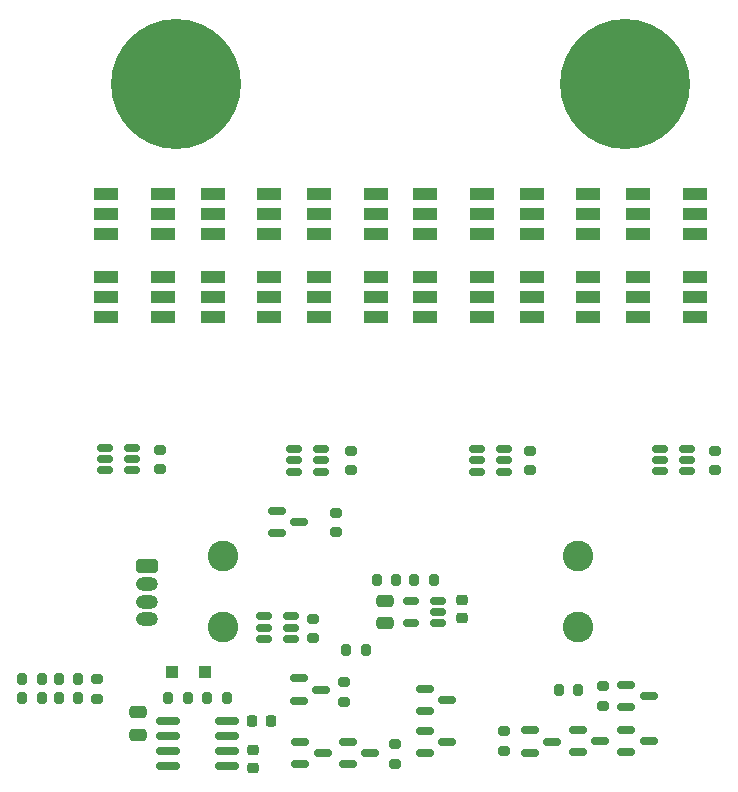
<source format=gbr>
%TF.GenerationSoftware,KiCad,Pcbnew,7.0.11-rc3*%
%TF.CreationDate,2025-03-16T23:28:45+08:00*%
%TF.ProjectId,mainhoop-light,6d61696e-686f-46f7-902d-6c696768742e,rev?*%
%TF.SameCoordinates,Original*%
%TF.FileFunction,Soldermask,Top*%
%TF.FilePolarity,Negative*%
%FSLAX46Y46*%
G04 Gerber Fmt 4.6, Leading zero omitted, Abs format (unit mm)*
G04 Created by KiCad (PCBNEW 7.0.11-rc3) date 2025-03-16 23:28:45*
%MOMM*%
%LPD*%
G01*
G04 APERTURE LIST*
G04 Aperture macros list*
%AMRoundRect*
0 Rectangle with rounded corners*
0 $1 Rounding radius*
0 $2 $3 $4 $5 $6 $7 $8 $9 X,Y pos of 4 corners*
0 Add a 4 corners polygon primitive as box body*
4,1,4,$2,$3,$4,$5,$6,$7,$8,$9,$2,$3,0*
0 Add four circle primitives for the rounded corners*
1,1,$1+$1,$2,$3*
1,1,$1+$1,$4,$5*
1,1,$1+$1,$6,$7*
1,1,$1+$1,$8,$9*
0 Add four rect primitives between the rounded corners*
20,1,$1+$1,$2,$3,$4,$5,0*
20,1,$1+$1,$4,$5,$6,$7,0*
20,1,$1+$1,$6,$7,$8,$9,0*
20,1,$1+$1,$8,$9,$2,$3,0*%
G04 Aperture macros list end*
%ADD10RoundRect,0.150000X-0.512500X-0.150000X0.512500X-0.150000X0.512500X0.150000X-0.512500X0.150000X0*%
%ADD11RoundRect,0.200000X0.200000X0.275000X-0.200000X0.275000X-0.200000X-0.275000X0.200000X-0.275000X0*%
%ADD12R,2.000000X1.100000*%
%ADD13C,2.600000*%
%ADD14RoundRect,0.200000X0.275000X-0.200000X0.275000X0.200000X-0.275000X0.200000X-0.275000X-0.200000X0*%
%ADD15RoundRect,0.200000X-0.200000X-0.275000X0.200000X-0.275000X0.200000X0.275000X-0.200000X0.275000X0*%
%ADD16RoundRect,0.150000X-0.587500X-0.150000X0.587500X-0.150000X0.587500X0.150000X-0.587500X0.150000X0*%
%ADD17RoundRect,0.150000X0.512500X0.150000X-0.512500X0.150000X-0.512500X-0.150000X0.512500X-0.150000X0*%
%ADD18RoundRect,0.200000X-0.275000X0.200000X-0.275000X-0.200000X0.275000X-0.200000X0.275000X0.200000X0*%
%ADD19RoundRect,0.250000X-0.300000X-0.300000X0.300000X-0.300000X0.300000X0.300000X-0.300000X0.300000X0*%
%ADD20RoundRect,0.250000X0.475000X-0.250000X0.475000X0.250000X-0.475000X0.250000X-0.475000X-0.250000X0*%
%ADD21RoundRect,0.150000X-0.825000X-0.150000X0.825000X-0.150000X0.825000X0.150000X-0.825000X0.150000X0*%
%ADD22RoundRect,0.225000X0.250000X-0.225000X0.250000X0.225000X-0.250000X0.225000X-0.250000X-0.225000X0*%
%ADD23RoundRect,0.225000X-0.250000X0.225000X-0.250000X-0.225000X0.250000X-0.225000X0.250000X0.225000X0*%
%ADD24RoundRect,0.250000X-0.685000X0.335000X-0.685000X-0.335000X0.685000X-0.335000X0.685000X0.335000X0*%
%ADD25O,1.870000X1.170000*%
%ADD26C,6.800000*%
%ADD27C,11.000000*%
%ADD28RoundRect,0.225000X-0.225000X-0.250000X0.225000X-0.250000X0.225000X0.250000X-0.225000X0.250000X0*%
G04 APERTURE END LIST*
D10*
%TO.C,IC4*%
X105450000Y-60100000D03*
X105450000Y-61050000D03*
X105450000Y-62000000D03*
X107725000Y-62000000D03*
X107725000Y-61050000D03*
X107725000Y-60100000D03*
%TD*%
D11*
%TO.C,R20*%
X81000000Y-81200000D03*
X79350000Y-81200000D03*
%TD*%
D12*
%TO.C,D23*%
X119100000Y-45500000D03*
X119100000Y-47200000D03*
X119100000Y-48900000D03*
X123900000Y-48900000D03*
X123900000Y-47200000D03*
X123900000Y-45500000D03*
%TD*%
D13*
%TO.C,TP4*%
X84000000Y-69160000D03*
%TD*%
D14*
%TO.C,R19*%
X93500000Y-67150000D03*
X93500000Y-65500000D03*
%TD*%
%TO.C,R18*%
X116100000Y-81825000D03*
X116100000Y-80175000D03*
%TD*%
D15*
%TO.C,R4*%
X112375000Y-80500000D03*
X114025000Y-80500000D03*
%TD*%
D16*
%TO.C,Q4*%
X90525000Y-84875000D03*
X90525000Y-86775000D03*
X92400000Y-85825000D03*
%TD*%
%TO.C,Q2*%
X88500000Y-65325000D03*
X88500000Y-67225000D03*
X90375000Y-66275000D03*
%TD*%
D11*
%TO.C,R13*%
X68625000Y-81125000D03*
X66975000Y-81125000D03*
%TD*%
D17*
%TO.C,U1*%
X102137500Y-74850000D03*
X102137500Y-73900000D03*
X102137500Y-72950000D03*
X99862500Y-72950000D03*
X99862500Y-74850000D03*
%TD*%
D11*
%TO.C,R12*%
X71725000Y-79525000D03*
X70075000Y-79525000D03*
%TD*%
D12*
%TO.C,D2*%
X83100000Y-38500000D03*
X83100000Y-40200000D03*
X83100000Y-41900000D03*
X87900000Y-41900000D03*
X87900000Y-40200000D03*
X87900000Y-38500000D03*
%TD*%
D13*
%TO.C,TP3*%
X114000000Y-69160000D03*
%TD*%
D18*
%TO.C,R7*%
X125587500Y-60225000D03*
X125587500Y-61875000D03*
%TD*%
D12*
%TO.C,D21*%
X110100000Y-45500000D03*
X110100000Y-47200000D03*
X110100000Y-48900000D03*
X114900000Y-48900000D03*
X114900000Y-47200000D03*
X114900000Y-45500000D03*
%TD*%
%TO.C,D6*%
X119100000Y-38500000D03*
X119100000Y-40200000D03*
X119100000Y-41900000D03*
X123900000Y-41900000D03*
X123900000Y-40200000D03*
X123900000Y-38500000D03*
%TD*%
D10*
%TO.C,IC1*%
X87462500Y-74250000D03*
X87462500Y-75200000D03*
X87462500Y-76150000D03*
X89737500Y-76150000D03*
X89737500Y-75200000D03*
X89737500Y-74250000D03*
%TD*%
%TO.C,IC6*%
X120950000Y-60050000D03*
X120950000Y-61000000D03*
X120950000Y-61950000D03*
X123225000Y-61950000D03*
X123225000Y-61000000D03*
X123225000Y-60050000D03*
%TD*%
D12*
%TO.C,D5*%
X110100000Y-38500000D03*
X110100000Y-40200000D03*
X110100000Y-41900000D03*
X114900000Y-41900000D03*
X114900000Y-40200000D03*
X114900000Y-38500000D03*
%TD*%
D11*
%TO.C,R5*%
X96050000Y-77100000D03*
X94400000Y-77100000D03*
%TD*%
D16*
%TO.C,Q1*%
X94525000Y-84875000D03*
X94525000Y-86775000D03*
X96400000Y-85825000D03*
%TD*%
%TO.C,Q9*%
X109950000Y-83900000D03*
X109950000Y-85800000D03*
X111825000Y-84850000D03*
%TD*%
D12*
%TO.C,D15*%
X83100000Y-45500000D03*
X83100000Y-47200000D03*
X83100000Y-48900000D03*
X87900000Y-48900000D03*
X87900000Y-47200000D03*
X87900000Y-45500000D03*
%TD*%
D16*
%TO.C,Q11*%
X118125000Y-83850000D03*
X118125000Y-85750000D03*
X120000000Y-84800000D03*
%TD*%
%TO.C,Q10*%
X118125000Y-80050000D03*
X118125000Y-81950000D03*
X120000000Y-81000000D03*
%TD*%
D18*
%TO.C,R8*%
X109992500Y-60225000D03*
X109992500Y-61875000D03*
%TD*%
%TO.C,R10*%
X78637500Y-60125000D03*
X78637500Y-61775000D03*
%TD*%
D14*
%TO.C,R17*%
X107800000Y-85625000D03*
X107800000Y-83975000D03*
%TD*%
D12*
%TO.C,D13*%
X74100000Y-45500000D03*
X74100000Y-47200000D03*
X74100000Y-48900000D03*
X78900000Y-48900000D03*
X78900000Y-47200000D03*
X78900000Y-45500000D03*
%TD*%
D15*
%TO.C,R11*%
X66975000Y-79525000D03*
X68625000Y-79525000D03*
%TD*%
D12*
%TO.C,D3*%
X92100000Y-38500000D03*
X92100000Y-40200000D03*
X92100000Y-41900000D03*
X96900000Y-41900000D03*
X96900000Y-40200000D03*
X96900000Y-38500000D03*
%TD*%
D13*
%TO.C,TP2*%
X84000000Y-75160000D03*
%TD*%
D14*
%TO.C,R6*%
X94200000Y-81500000D03*
X94200000Y-79850000D03*
%TD*%
D11*
%TO.C,R2*%
X101825000Y-71200000D03*
X100175000Y-71200000D03*
%TD*%
D16*
%TO.C,Q8*%
X114025000Y-83850000D03*
X114025000Y-85750000D03*
X115900000Y-84800000D03*
%TD*%
D11*
%TO.C,R21*%
X84300000Y-81200000D03*
X82650000Y-81200000D03*
%TD*%
D16*
%TO.C,Q6*%
X101033979Y-80390412D03*
X101033979Y-82290412D03*
X102908979Y-81340412D03*
%TD*%
D15*
%TO.C,R15*%
X70075000Y-81125000D03*
X71725000Y-81125000D03*
%TD*%
D13*
%TO.C,TP1*%
X114000000Y-75160000D03*
%TD*%
D19*
%TO.C,D25*%
X79675000Y-79000000D03*
X82475000Y-79000000D03*
%TD*%
D20*
%TO.C,C2*%
X97700000Y-74850000D03*
X97700000Y-72950000D03*
%TD*%
D21*
%TO.C,U2*%
X79325000Y-83115000D03*
X79325000Y-84385000D03*
X79325000Y-85655000D03*
X79325000Y-86925000D03*
X84275000Y-86925000D03*
X84275000Y-85655000D03*
X84275000Y-84385000D03*
X84275000Y-83115000D03*
%TD*%
D12*
%TO.C,D1*%
X74100000Y-38500000D03*
X74100000Y-40200000D03*
X74100000Y-41900000D03*
X78900000Y-41900000D03*
X78900000Y-40200000D03*
X78900000Y-38500000D03*
%TD*%
D10*
%TO.C,IC3*%
X74000000Y-60000000D03*
X74000000Y-60950000D03*
X74000000Y-61900000D03*
X76275000Y-61900000D03*
X76275000Y-60950000D03*
X76275000Y-60000000D03*
%TD*%
D12*
%TO.C,D4*%
X101100000Y-38500000D03*
X101100000Y-40200000D03*
X101100000Y-41900000D03*
X105900000Y-41900000D03*
X105900000Y-40200000D03*
X105900000Y-38500000D03*
%TD*%
D20*
%TO.C,C5*%
X76750000Y-84287500D03*
X76750000Y-82387500D03*
%TD*%
D15*
%TO.C,R3*%
X96975000Y-71200000D03*
X98625000Y-71200000D03*
%TD*%
D14*
%TO.C,R14*%
X91600000Y-76125000D03*
X91600000Y-74475000D03*
%TD*%
D22*
%TO.C,C4*%
X86550000Y-87075000D03*
X86550000Y-85525000D03*
%TD*%
D14*
%TO.C,R16*%
X73300000Y-81225000D03*
X73300000Y-79575000D03*
%TD*%
D18*
%TO.C,R9*%
X94775000Y-60225000D03*
X94775000Y-61875000D03*
%TD*%
D23*
%TO.C,C1*%
X104200000Y-72825000D03*
X104200000Y-74375000D03*
%TD*%
D12*
%TO.C,D17*%
X92100000Y-45500000D03*
X92100000Y-47200000D03*
X92100000Y-48900000D03*
X96900000Y-48900000D03*
X96900000Y-47200000D03*
X96900000Y-45500000D03*
%TD*%
D24*
%TO.C,J1*%
X77500000Y-70000000D03*
D25*
X77500000Y-71500000D03*
X77500000Y-73000000D03*
X77500000Y-74500000D03*
%TD*%
D26*
%TO.C,H2*%
X118000000Y-29160000D03*
D27*
X118000000Y-29160000D03*
%TD*%
D12*
%TO.C,D19*%
X101100000Y-45500000D03*
X101100000Y-47200000D03*
X101100000Y-48900000D03*
X105900000Y-48900000D03*
X105900000Y-47200000D03*
X105900000Y-45500000D03*
%TD*%
D16*
%TO.C,Q5*%
X101083979Y-83935412D03*
X101083979Y-85835412D03*
X102958979Y-84885412D03*
%TD*%
%TO.C,Q3*%
X90400000Y-79500000D03*
X90400000Y-81400000D03*
X92275000Y-80450000D03*
%TD*%
D28*
%TO.C,C3*%
X86450000Y-83087500D03*
X88000000Y-83087500D03*
%TD*%
D26*
%TO.C,H1*%
X80000000Y-29160000D03*
D27*
X80000000Y-29160000D03*
%TD*%
D10*
%TO.C,IC5*%
X90000000Y-60100000D03*
X90000000Y-61050000D03*
X90000000Y-62000000D03*
X92275000Y-62000000D03*
X92275000Y-61050000D03*
X92275000Y-60100000D03*
%TD*%
D18*
%TO.C,R1*%
X98500000Y-85075000D03*
X98500000Y-86725000D03*
%TD*%
M02*

</source>
